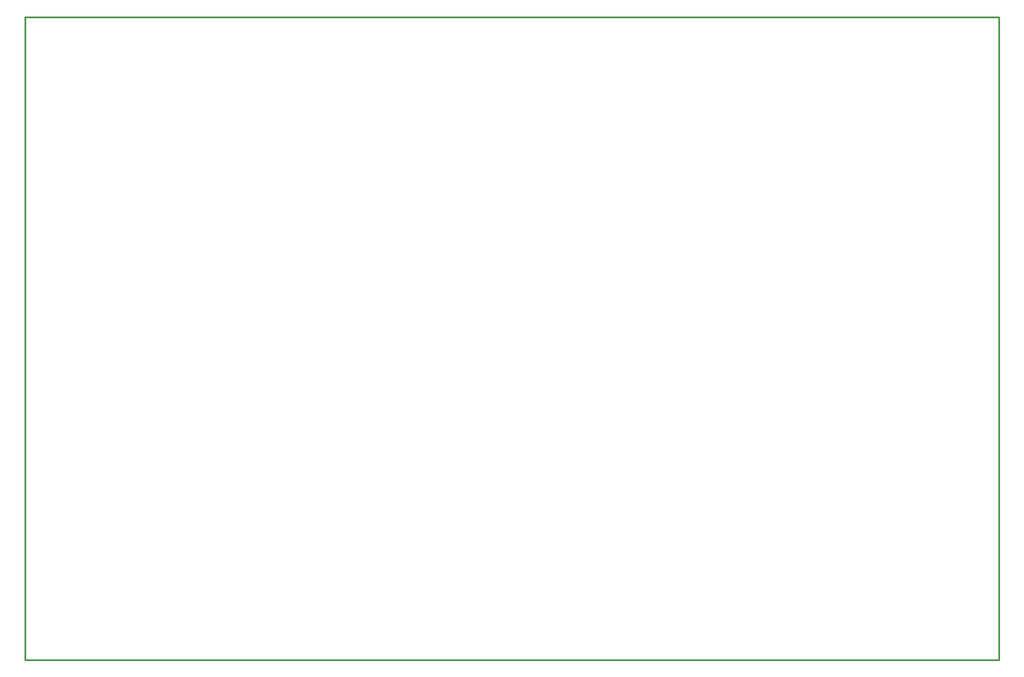
<source format=gko>
G04 Layer: BoardOutline*
G04 EasyEDA v6.4.12, 2021-01-10T11:05:15--5:00*
G04 3145a8addab9457ba1f20b0dac4bbc5f,47ca9d6388974ffcabec7368213608ff,10*
G04 Gerber Generator version 0.2*
G04 Scale: 100 percent, Rotated: No, Reflected: No *
G04 Dimensions in inches *
G04 leading zeros omitted , absolute positions ,3 integer and 6 decimal *
%FSLAX36Y36*%
%MOIN*%

%ADD10C,0.0100*%
D10*
X0Y3765000D02*
G01*
X5700000Y3765000D01*
X5700000Y0D01*
X0Y0D01*
X0Y3765000D01*

%LPD*%
M02*

</source>
